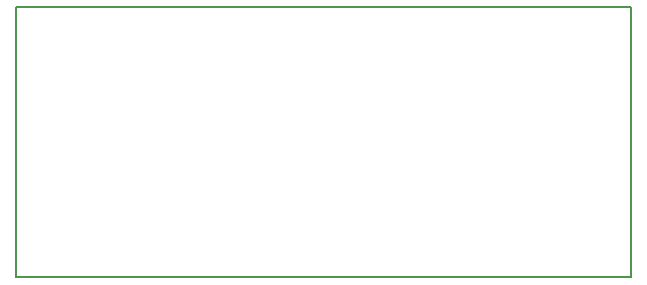
<source format=gbr>
G04 #@! TF.FileFunction,Profile,NP*
%FSLAX46Y46*%
G04 Gerber Fmt 4.6, Leading zero omitted, Abs format (unit mm)*
G04 Created by KiCad (PCBNEW 4.0.7-e2-6376~58~ubuntu16.04.1) date Mon Feb  5 14:03:47 2018*
%MOMM*%
%LPD*%
G01*
G04 APERTURE LIST*
%ADD10C,0.100000*%
%ADD11C,0.150000*%
G04 APERTURE END LIST*
D10*
D11*
X116840000Y-90424000D02*
X116840000Y-67564000D01*
X168910000Y-90424000D02*
X116840000Y-90424000D01*
X168910000Y-67564000D02*
X168910000Y-90424000D01*
X116840000Y-67564000D02*
X168910000Y-67564000D01*
M02*

</source>
